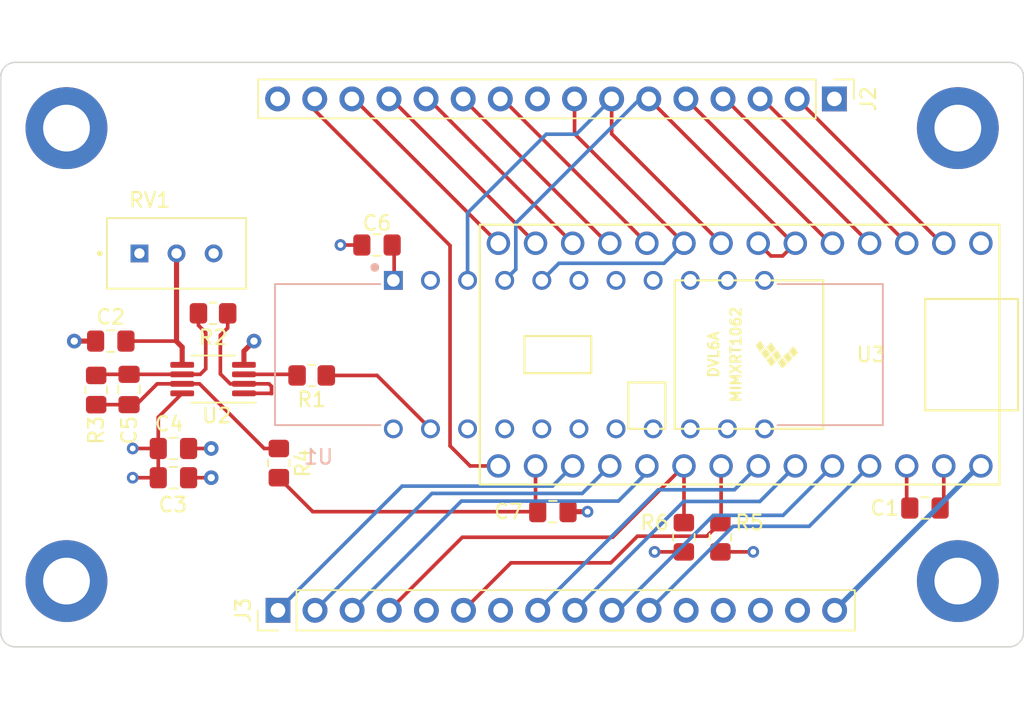
<source format=kicad_pcb>
(kicad_pcb (version 20241229) (generator "pcbnew") (generator_version "9.0")
  (layers (0 "F.Cu" signal) (4 "In1.Cu" power) (6 "In2.Cu" power) (2 "B.Cu" signal) (13 "F.Paste" user) (15 "B.Paste" user) (5 "F.SilkS" user "F.Silkscreen") (7 "B.SilkS" user "B.Silkscreen") (1 "F.Mask" user) (3 "B.Mask" user) (25 "Edge.Cuts" user))
  (net 0 "")
  (net 1 "+3.3V")
  (net 2 "Earth")
  (net 3 "Net-(U2-+IN2)")
  (net 4 "Net-(U3-14_A0_TX3_SPDIF_OUT)")
  (net 5 "Net-(J2-Pin_7)")
  (net 6 "Net-(J2-Pin_6)")
  (net 7 "Net-(J2-Pin_5)")
  (net 8 "Net-(J2-Pin_15)")
  (net 9 "Net-(J2-Pin_4)")
  (net 10 "Net-(J2-Pin_10)")
  (net 11 "Net-(J2-Pin_3)")
  (net 12 "Net-(J2-Pin_11)")
  (net 13 "Net-(J2-Pin_8)")
  (net 14 "Net-(J2-Pin_14)")
  (net 15 "Net-(J2-Pin_13)")
  (net 16 "Net-(J2-Pin_12)")
  (net 17 "Net-(J2-Pin_2)")
  (net 18 "Net-(U1-OS)")
  (net 19 "Net-(U2-OUT2)")
  (net 20 "Net-(U2--IN2)")
  (net 21 "Net-(U2-+IN1)")
  (net 22 "Net-(U2--IN1)")
  (net 23 "Net-(J3-Pin_10)")
  (net 24 "Net-(J3-Pin_2)")
  (net 26 "Net-(J3-Pin_9)")
  (net 27 "Net-(J3-Pin_3)")
  (net 28 "Net-(J3-Pin_11)")
  (net 30 "Net-(J3-Pin_4)")
  (net 31 "Net-(J3-Pin_6)")
  (net 32 "Net-(J3-Pin_8)")
  (net 33 "Net-(J3-Pin_1)")
  (net 35 "Net-(J3-Pin_16)")
  (footprint "Resistor_SMD:R_0805_2012Metric_Pad1.20x1.40mm_HandSolder" (layer "F.Cu") (at 169.25 112.5 -90)
    (property "Reference" "R5" (at -1 -2 180) (layer "F.SilkS"))
    (property "Value" "2.49K")
    (fp_line (start -0.227064 0.735) (end 0.227064 0.735) (stroke (width 0.12)) (layer "F.SilkS"))
    (fp_line (start -0.227064 -0.735) (end 0.227064 -0.735) (stroke (width 0.12)) (layer "F.SilkS"))
    (pad "1" smd roundrect (at -1 0 270) (size 1.2 1.4) (layers "F.Cu" "F.Mask" "F.Paste") (roundrect_rratio 0.208333) (net 31 "Net-(J3-Pin_6)"))
    (pad "2" smd roundrect (at 1 0 270) (size 1.2 1.4) (layers "F.Cu" "F.Mask" "F.Paste") (roundrect_rratio 0.208333) (net 1 "+3.3V"))
  )
  (footprint "Resistor_SMD:R_0805_2012Metric_Pad1.20x1.40mm_HandSolder" (layer "F.Cu") (at 166.75 112.5 -90)
    (property "Reference" "R6" (at -1 2 180) (layer "F.SilkS"))
    (property "Value" "2.49K")
    (fp_line (start -0.227064 0.735) (end 0.227064 0.735) (stroke (width 0.12)) (layer "F.SilkS"))
    (fp_line (start -0.227064 -0.735) (end 0.227064 -0.735) (stroke (width 0.12)) (layer "F.SilkS"))
    (pad "1" smd roundrect (at -1 0 270) (size 1.2 1.4) (layers "F.Cu" "F.Mask" "F.Paste") (roundrect_rratio 0.208333) (net 30 "Net-(J3-Pin_4)"))
    (pad "2" smd roundrect (at 1 0 270) (size 1.2 1.4) (layers "F.Cu" "F.Mask" "F.Paste") (roundrect_rratio 0.208333) (net 1 "+3.3V"))
  )
  (footprint "MountingHole:MountingHole_3.2mm_M3_DIN965_Pad" (layer "F.Cu") (at 185.5 115.5)
    (property "Reference" "REF**" (hide yes))
    (property "Value" "MountingHole_3.2mm_M3_DIN965_Pad" (hide yes))
    (pad "1" thru_hole circle (at 0 0) (size 5.6 5.6) (drill 3.2) (layers "*.Cu" "*.Mask"))
  )
  (footprint "Capacitor_SMD:C_0805_2012Metric_Pad1.18x1.45mm_HandSolder" (layer "F.Cu") (at 157.7875 110.75)
    (property "Reference" "C7" (at -3.0375 0 0) (layer "F.SilkS"))
    (property "Value" "68p")
    (fp_line (start -0.261252 -0.735) (end 0.261252 -0.735) (stroke (width 0.12)) (layer "F.SilkS"))
    (fp_line (start -0.261252 0.735) (end 0.261252 0.735) (stroke (width 0.12)) (layer "F.SilkS"))
    (pad "1" smd roundrect (at -1.0375 0) (size 1.175 1.45) (layers "F.Cu" "F.Mask" "F.Paste") (roundrect_rratio 0.212766) (net 4 "Net-(U3-14_A0_TX3_SPDIF_OUT)"))
    (pad "2" smd roundrect (at 1.0375 0) (size 1.175 1.45) (layers "F.Cu" "F.Mask" "F.Paste") (roundrect_rratio 0.212766) (net 2 "Earth"))
  )
  (footprint "MountingHole:MountingHole_3.2mm_M3_DIN965_Pad" (layer "F.Cu") (at 185.5 84.5)
    (property "Reference" "REF**" (hide yes))
    (property "Value" "MountingHole_3.2mm_M3_DIN965_Pad" (hide yes))
    (pad "1" thru_hole circle (at 0 0) (size 5.6 5.6) (drill 3.2) (layers "*.Cu" "*.Mask"))
  )
  (footprint "BournsTrimPot_3296W-1-502LF:TRIM_3296W-1-502LF" (layer "F.Cu") (at 132.03125 93.075)
    (property "Reference" "RV1" (at -1.83284 -3.65058 0) (layer "F.SilkS") (effects (font (size 1.004283 1.004283))))
    (property "Value" "10K")
    (fp_line (start -4.765 -2.42) (end 4.765 -2.42) (stroke (width 0.127)) (layer "F.SilkS"))
    (fp_line (start -4.765 2.41) (end -4.765 -2.42) (stroke (width 0.127)) (layer "F.SilkS"))
    (fp_line (start 4.765 -2.42) (end 4.765 2.41) (stroke (width 0.127)) (layer "F.SilkS"))
    (fp_line (start 4.765 2.41) (end -4.765 2.41) (stroke (width 0.127)) (layer "F.SilkS"))
    (fp_circle (center -5.25 0) (end -5.15 0) (stroke (width 0.2)) (fill no) (layer "F.SilkS"))
    (pad "1" thru_hole rect (at -2.54 0) (size 1.218 1.218) (drill 0.71) (layers "*.Cu" "*.Mask") (net 1 "+3.3V"))
    (pad "2" thru_hole circle (at 0 0) (size 1.218 1.218) (drill 0.71) (layers "*.Cu" "*.Mask") (net 3 "Net-(U2-+IN2)"))
    (pad "3" thru_hole circle (at 2.54 0) (size 1.218 1.218) (drill 0.71) (layers "*.Cu" "*.Mask") (net 2 "Earth"))
  )
  (footprint "Resistor_SMD:R_0805_2012Metric_Pad1.20x1.40mm_HandSolder" (layer "F.Cu") (at 139.03125 107.425 -90)
    (property "Reference" "R4" (at 0 -1.65 270) (layer "F.SilkS"))
    (property "Value" "100R")
    (fp_line (start -0.227064 0.735) (end 0.227064 0.735) (stroke (width 0.12)) (layer "F.SilkS"))
    (fp_line (start -0.227064 -0.735) (end 0.227064 -0.735) (stroke (width 0.12)) (layer "F.SilkS"))
    (pad "1" smd roundrect (at -1 0 270) (size 1.2 1.4) (layers "F.Cu" "F.Mask" "F.Paste") (roundrect_rratio 0.208333) (net 19 "Net-(U2-OUT2)"))
    (pad "2" smd roundrect (at 1 0 270) (size 1.2 1.4) (layers "F.Cu" "F.Mask" "F.Paste") (roundrect_rratio 0.208333) (net 4 "Net-(U3-14_A0_TX3_SPDIF_OUT)"))
  )
  (footprint "teensy_footprints:Teensy40" (layer "F.Cu") (at 170.57 100 180)
    (property "Reference" "U3" (at -9 0 0) (layer "F.SilkS"))
    (property "Value" "Teensy4.0")
    (fp_line (start 17.78 8.89) (end -17.78 8.89) (stroke (width 0.15)) (layer "F.SilkS"))
    (fp_line (start 17.78 -8.89) (end 17.78 8.89) (stroke (width 0.15)) (layer "F.SilkS"))
    (fp_line (start 14.732 1.27) (end 10.16 1.27) (stroke (width 0.15)) (layer "F.SilkS"))
    (fp_line (start 14.732 -1.27) (end 14.732 1.27) (stroke (width 0.15)) (layer "F.SilkS"))
    (fp_line (start 10.16 1.27) (end 10.16 -1.27) (stroke (width 0.15)) (layer "F.SilkS"))
    (fp_line (start 10.16 -1.27) (end 14.732 -1.27) (stroke (width 0.15)) (layer "F.SilkS"))
    (fp_line (start 7.62 -1.905) (end 5.08 -1.905) (stroke (width 0.15)) (layer "F.SilkS"))
    (fp_line (start 7.62 -5.08) (end 7.62 -1.905) (stroke (width 0.15)) (layer "F.SilkS"))
    (fp_line (start 5.08 -1.905) (end 5.08 -5.08) (stroke (width 0.15)) (layer "F.SilkS"))
    (fp_line (start 5.08 -5.08) (end 7.62 -5.08) (stroke (width 0.15)) (layer "F.SilkS"))
    (fp_line (start 4.445 5.08) (end 4.445 -5.08) (stroke (width 0.15)) (layer "F.SilkS"))
    (fp_line (start 4.445 5.08) (end -5.715 5.08) (stroke (width 0.15)) (layer "F.SilkS"))
    (fp_line (start 4.445 -5.08) (end -5.715 -5.08) (stroke (width 0.15)) (layer "F.SilkS"))
    (fp_line (start -5.715 -5.08) (end -5.715 5.08) (stroke (width 0.15)) (layer "F.SilkS"))
    (fp_line (start -12.7 3.81) (end -12.7 -3.81) (stroke (width 0.15)) (layer "F.SilkS"))
    (fp_line (start -12.7 3.81) (end -17.78 3.81) (stroke (width 0.15)) (layer "F.SilkS"))
    (fp_line (start -12.7 -3.81) (end -17.78 -3.81) (stroke (width 0.15)) (layer "F.SilkS"))
    (fp_line (start -17.78 8.89) (end -17.78 -8.89) (stroke (width 0.15)) (layer "F.SilkS"))
    (fp_line (start -17.78 3.81) (end -19.05 3.81) (stroke (width 0.15)) (layer "F.SilkS"))
    (fp_line (start -17.78 -8.89) (end 17.78 -8.89) (stroke (width 0.15)) (layer "F.SilkS"))
    (fp_line (start -19.05 3.81) (end -19.05 -3.81) (stroke (width 0.15)) (layer "F.SilkS"))
    (fp_line (start -19.05 -3.81) (end -17.78 -3.81) (stroke (width 0.15)) (layer "F.SilkS"))
    (fp_poly (pts (xy -1.651 0.508) (xy -1.397 0.254) (xy -1.143 0.635) (xy -1.397 0.889)) (stroke (width 0.1)) (fill yes) (layer "F.SilkS"))
    (fp_poly (pts (xy -2.032 0) (xy -1.778 -0.254) (xy -1.524 0.127) (xy -1.778 0.381)) (stroke (width 0.1)) (fill yes) (layer "F.SilkS"))
    (fp_poly (pts (xy -2.413 0.381) (xy -2.159 0.127) (xy -1.905 0.508) (xy -2.159 0.762)) (stroke (width 0.1)) (fill yes) (layer "F.SilkS"))
    (fp_poly (pts (xy -2.413 -0.508) (xy -2.159 -0.762) (xy -1.905 -0.381) (xy -2.159 -0.127)) (stroke (width 0.1)) (fill yes) (layer "F.SilkS"))
    (fp_poly (pts (xy -2.794 -0.127) (xy -2.54 -0.381) (xy -2.286 0) (xy -2.54 0.254)) (stroke (width 0.1)) (fill yes) (layer "F.SilkS"))
    (fp_poly (pts (xy -3.175 -0.635) (xy -2.921 -0.889) (xy -2.667 -0.508) (xy -2.921 -0.254)) (stroke (width 0.1)) (fill yes) (layer "F.SilkS"))
    (fp_poly (pts (xy -3.556 -0.254) (xy -3.302 -0.508) (xy -3.048 -0.127) (xy -3.302 0.127)) (stroke (width 0.1)) (fill yes) (layer "F.SilkS"))
    (fp_poly (pts (xy -3.937 0.127) (xy -3.683 -0.127) (xy -3.429 0.254) (xy -3.683 0.508)) (stroke (width 0.1)) (fill yes) (layer "F.SilkS"))
    (fp_text user "MIMXRT1062" (at 0.254 0 90) (layer "F.SilkS") (effects (font (size 0.7 0.7))))
    (fp_text user "DVL6A" (at 1.778 0 90) (layer "F.SilkS") (effects (font (size 0.7 0.7))))
    (pad "1" thru_hole circle (at -16.51 7.62 180) (size 1.6 1.6) (drill 1.1) (layers "*.Cu" "*.Mask") (net 2 "Earth"))
    (pad "2" thru_hole circle (at -13.97 7.62 180) (size 1.6 1.6) (drill 1.1) (layers "*.Cu" "*.Mask") (net 17 "Net-(J2-Pin_2)"))
    (pad "3" thru_hole circle (at -11.43 7.62 180) (size 1.6 1.6) (drill 1.1) (layers "*.Cu" "*.Mask") (net 11 "Net-(J2-Pin_3)"))
    (pad "4" thru_hole circle (at -8.89 7.62 180) (size 1.6 1.6) (drill 1.1) (layers "*.Cu" "*.Mask") (net 9 "Net-(J2-Pin_4)"))
    (pad "5" thru_hole circle (at -6.35 7.62 180) (size 1.6 1.6) (drill 1.1) (layers "*.Cu" "*.Mask") (net 7 "Net-(J2-Pin_5)"))
    (pad "6" thru_hole circle (at -3.81 7.62 180) (size 1.6 1.6) (drill 1.1) (layers "*.Cu" "*.Mask") (net 6 "Net-(J2-Pin_6)"))
    (pad "7" thru_hole circle (at -1.27 7.62 180) (size 1.6 1.6) (drill 1.1) (layers "*.Cu" "*.Mask") (net 6 "Net-(J2-Pin_6)"))
    (pad "8" thru_hole circle (at 1.27 7.62 180) (size 1.6 1.6) (drill 1.1) (layers "*.Cu" "*.Mask") (net 5 "Net-(J2-Pin_7)"))
    (pad "9" thru_hole circle (at 3.81 7.62 180) (size 1.6 1.6) (drill 1.1) (layers "*.Cu" "*.Mask") (net 13 "Net-(J2-Pin_8)"))
    (pad "10" thru_hole circle (at 6.35 7.62 180) (size 1.6 1.6) (drill 1.1) (layers "*.Cu" "*.Mask") (net 10 "Net-(J2-Pin_10)"))
    (pad "11" thru_hole circle (at 8.89 7.62 180) (size 1.6 1.6) (drill 1.1) (layers "*.Cu" "*.Mask") (net 12 "Net-(J2-Pin_11)"))
    (pad "12" thru_hole circle (at 11.43 7.62 180) (size 1.6 1.6) (drill 1.1) (layers "*.Cu" "*.Mask") (net 16 "Net-(J2-Pin_12)"))
    (pad "13" thru_hole circle (at 13.97 7.62 180) (size 1.6 1.6) (drill 1.1) (layers "*.Cu" "*.Mask") (net 15 "Net-(J2-Pin_13)"))
    (pad "14" thru_hole circle (at 16.51 7.62 180) (size 1.6 1.6) (drill 1.1) (layers "*.Cu" "*.Mask") (net 14 "Net-(J2-Pin_14)"))
    (pad "20" thru_hole circle (at 16.51 -7.62 180) (size 1.6 1.6) (drill 1.1) (layers "*.Cu" "*.Mask") (net 8 "Net-(J2-Pin_15)"))
    (pad "21" thru_hole circle (at 13.97 -7.62 180) (size 1.6 1.6) (drill 1.1) (layers "*.Cu" "*.Mask") (net 4 "Net-(U3-14_A0_TX3_SPDIF_OUT)"))
    (pad "22" thru_hole circle (at 11.43 -7.62 180) (size 1.6 1.6) (drill 1.1) (layers "*.Cu" "*.Mask") (net 33 "Net-(J3-Pin_1)"))
    (pad "23" thru_hole circle (at 8.89 -7.62 180) (size 1.6 1.6) (drill 1.1) (layers "*.Cu" "*.Mask") (net 24 "Net-(J3-Pin_2)"))
    (pad "24" thru_hole circle (at 6.35 -7.62 180) (size 1.6 1.6) (drill 1.1) (layers "*.Cu" "*.Mask") (net 27 "Net-(J3-Pin_3)"))
    (pad "25" thru_hole circle (at 3.81 -7.62 180) (size 1.6 1.6) (drill 1.1) (layers "*.Cu" "*.Mask") (net 30 "Net-(J3-Pin_4)"))
    (pad "26" thru_hole circle (at 1.27 -7.62 180) (size 1.6 1.6) (drill 1.1) (layers "*.Cu" "*.Mask") (net 31 "Net-(J3-Pin_6)"))
    (pad "27" thru_hole circle (at -1.27 -7.62 180) (size 1.6 1.6) (drill 1.1) (layers "*.Cu" "*.Mask") (net 32 "Net-(J3-Pin_8)"))
    (pad "28" thru_hole circle (at -3.81 -7.62 180) (size 1.6 1.6) (drill 1.1) (layers "*.Cu" "*.Mask") (net 26 "Net-(J3-Pin_9)"))
    (pad "29" thru_hole circle (at -6.35 -7.62 180) (size 1.6 1.6) (drill 1.1) (layers "*.Cu" "*.Mask") (net 23 "Net-(J3-Pin_10)"))
    (pad "30" thru_hole circle (at -8.89 -7.62 180) (size 1.6 1.6) (drill 1.1) (layers "*.Cu" "*.Mask") (net 28 "Net-(J3-Pin_11)"))
    (pad "31" thru_hole circle (at -11.43 -7.62 180) (size 1.6 1.6) (drill 1.1) (layers "*.Cu" "*.Mask") (net 1 "+3.3V"))
    (pad "32" thru_hole circle (at -13.97 -7.62 180) (size 1.6 1.6) (drill 1.1) (layers "*.Cu" "*.Mask") (net 2 "Earth"))
    (pad "33" thru_hole circle (at -16.51 -7.62 180) (size 1.6 1.6) (drill 1.1) (layers "*.Cu" "*.Mask") (net 35 "Net-(J3-Pin_16)"))
  )
  (footprint "Package_SO:MSOP-8_3x3mm_P0.65mm" (layer "F.Cu") (at 134.53125 101.675 180)
    (property "Reference" "U2" (at -0.25 -2.5 0) (layer "F.SilkS"))
    (property "Value" "ADA4807-2ARMZ-R7")
    (fp_line (start 0 1.61) (end 1.5 1.61) (stroke (width 0.12)) (layer "F.SilkS"))
    (fp_line (start 0 1.61) (end -1.5 1.61) (stroke (width 0.12)) (layer "F.SilkS"))
    (fp_line (start 0 -1.61) (end 1.5 -1.61) (stroke (width 0.12)) (layer "F.SilkS"))
    (fp_line (start 0 -1.61) (end -2.925 -1.61) (stroke (width 0.12)) (layer "F.SilkS"))
    (pad "1" smd roundrect (at -2.1125 -0.975 180) (size 1.625 0.4) (layers "F.Cu" "F.Mask" "F.Paste") (net 22 "Net-(U2--IN1)"))
    (pad "2" smd roundrect (at -2.1125 -0.325 180) (size 1.625 0.4) (layers "F.Cu" "F.Mask" "F.Paste") (net 22 "Net-(U2--IN1)"))
    (pad "3" smd roundrect (at -2.1125 0.325 180) (size 1.625 0.4) (layers "F.Cu" "F.Mask" "F.Paste") (net 21 "Net-(U2-+IN1)"))
    (pad "4" smd roundrect (at -2.1125 0.975 180) (size 1.625 0.4) (layers "F.Cu" "F.Mask" "F.Paste") (net 2 "Earth"))
    (pad "5" smd roundrect (at 2.1125 0.975 180) (size 1.625 0.4) (layers "F.Cu" "F.Mask" "F.Paste") (net 3 "Net-(U2-+IN2)"))
    (pad "6" smd roundrect (at 2.1125 0.325 180) (size 1.625 0.4) (layers "F.Cu" "F.Mask" "F.Paste") (net 20 "Net-(U2--IN2)"))
    (pad "7" smd roundrect (at 2.1125 -0.325 180) (size 1.625 0.4) (layers "F.Cu" "F.Mask" "F.Paste") (net 19 "Net-(U2-OUT2)"))
    (pad "8" smd roundrect (at 2.1125 -0.975 180) (size 1.625 0.4) (layers "F.Cu" "F.Mask" "F.Paste") (net 1 "+3.3V"))
  )
  (footprint "Capacitor_SMD:C_0805_2012Metric_Pad1.18x1.45mm_HandSolder" (layer "F.Cu") (at 183.25 110.5)
    (property "Reference" "C1" (at -2.75 0 0) (layer "F.SilkS"))
    (property "Value" "10uF")
    (fp_line (start -0.261252 -0.735) (end 0.261252 -0.735) (stroke (width 0.12)) (layer "F.SilkS"))
    (fp_line (start -0.261252 0.735) (end 0.261252 0.735) (stroke (width 0.12)) (layer "F.SilkS"))
    (pad "1" smd roundrect (at -1.0375 0) (size 1.175 1.45) (layers "F.Cu" "F.Mask" "F.Paste") (roundrect_rratio 0.212766) (net 1 "+3.3V"))
    (pad "2" smd roundrect (at 1.0375 0) (size 1.175 1.45) (layers "F.Cu" "F.Mask" "F.Paste") (roundrect_rratio 0.212766) (net 2 "Earth"))
  )
  (footprint "Resistor_SMD:R_0805_2012Metric_Pad1.20x1.40mm_HandSolder" (layer "F.Cu") (at 134.53125 97.175 180)
    (property "Reference" "R2" (at 0 -1.65 180) (layer "F.SilkS"))
    (property "Value" "499R")
    (fp_line (start -0.227064 0.735) (end 0.227064 0.735) (stroke (width 0.12)) (layer "F.SilkS"))
    (fp_line (start -0.227064 -0.735) (end 0.227064 -0.735) (stroke (width 0.12)) (layer "F.SilkS"))
    (pad "1" smd roundrect (at -1 0 180) (size 1.2 1.4) (layers "F.Cu" "F.Mask" "F.Paste") (roundrect_rratio 0.208333) (net 22 "Net-(U2--IN1)"))
    (pad "2" smd roundrect (at 1 0 180) (size 1.2 1.4) (layers "F.Cu" "F.Mask" "F.Paste") (roundrect_rratio 0.208333) (net 20 "Net-(U2--IN2)"))
  )
  (footprint "Capacitor_SMD:C_0805_2012Metric_Pad1.18x1.45mm_HandSolder" (layer "F.Cu") (at 128.78125 102.3875 90)
    (property "Reference" "C5" (at -2.7875 0 90) (layer "F.SilkS"))
    (property "Value" "2p")
    (fp_line (start -0.261252 -0.735) (end 0.261252 -0.735) (stroke (width 0.12)) (layer "F.SilkS"))
    (fp_line (start -0.261252 0.735) (end 0.261252 0.735) (stroke (width 0.12)) (layer "F.SilkS"))
    (pad "1" smd roundrect (at -1.0375 0 90) (size 1.175 1.45) (layers "F.Cu" "F.Mask" "F.Paste") (roundrect_rratio 0.212766) (net 19 "Net-(U2-OUT2)"))
    (pad "2" smd roundrect (at 1.0375 0 90) (size 1.175 1.45) (layers "F.Cu" "F.Mask" "F.Paste") (roundrect_rratio 0.212766) (net 20 "Net-(U2--IN2)"))
  )
  (footprint "Capacitor_SMD:C_0805_2012Metric_Pad1.18x1.45mm_HandSolder" (layer "F.Cu") (at 131.81875 106.425)
    (property "Reference" "C4" (at -0.2875 -1.68 0) (layer "F.SilkS"))
    (property "Value" "0.1uF")
    (fp_line (start -0.261252 -0.735) (end 0.261252 -0.735) (stroke (width 0.12)) (layer "F.SilkS"))
    (fp_line (start -0.261252 0.735) (end 0.261252 0.735) (stroke (width 0.12)) (layer "F.SilkS"))
    (pad "1" smd roundrect (at -1.0375 0) (size 1.175 1.45) (layers "F.Cu" "F.Mask" "F.Paste") (roundrect_rratio 0.212766) (net 1 "+3.3V"))
    (pad "2" smd roundrect (at 1.0375 0) (size 1.175 1.45) (layers "F.Cu" "F.Mask" "F.Paste") (roundrect_rratio 0.212766) (net 2 "Earth"))
  )
  (footprint "Capacitor_SMD:C_0805_2012Metric_Pad1.18x1.45mm_HandSolder" (layer "F.Cu") (at 127.53125 99.075 180)
    (property "Reference" "C2" (at 0 1.65 180) (layer "F.SilkS"))
    (property "Value" "0.1uF")
    (fp_line (start -0.261252 0.735) (end 0.261252 0.735) (stroke (width 0.12)) (layer "F.SilkS"))
    (fp_line (start -0.261252 -0.735) (end 0.261252 -0.735) (stroke (width 0.12)) (layer "F.SilkS"))
    (pad "1" smd roundrect (at -1.0375 0 180) (size 1.175 1.45) (layers "F.Cu" "F.Mask" "F.Paste") (roundrect_rratio 0.212766) (net 3 "Net-(U2-+IN2)"))
    (pad "2" smd roundrect (at 1.0375 0 180) (size 1.175 1.45) (layers "F.Cu" "F.Mask" "F.Paste") (roundrect_rratio 0.212766) (net 2 "Earth"))
  )
  (footprint "Connector_PinHeader_2.54mm:PinHeader_1x16_P2.54mm_Vertical" (layer "F.Cu") (at 138.97 117.5 90)
    (property "Reference" "J3" (at 0 -2.38 90) (layer "F.SilkS"))
    (property "Value" "Conn_01x16_Male")
    (fp_line (start -1.38 -1.38) (end 0 -1.38) (stroke (width 0.12)) (layer "F.SilkS"))
    (fp_line (start -1.38 0) (end -1.38 -1.38) (stroke (width 0.12)) (layer "F.SilkS"))
    (fp_line (start 1.38 1.27) (end 1.38 39.48) (stroke (width 0.12)) (layer "F.SilkS"))
    (fp_line (start -1.38 1.27) (end 1.38 1.27) (stroke (width 0.12)) (layer "F.SilkS"))
    (fp_line (start -1.38 1.27) (end -1.38 39.48) (stroke (width 0.12)) (layer "F.SilkS"))
    (fp_line (start -1.38 39.48) (end 1.38 39.48) (stroke (width 0.12)) (layer "F.SilkS"))
    (pad "1" thru_hole rect (at 0 0 90) (size 1.7 1.7) (drill 1) (layers "*.Cu" "*.Mask") (net 33 "Net-(J3-Pin_1)"))
    (pad "2" thru_hole circle (at 0 2.54 90) (size 1.7 1.7) (drill 1) (layers "*.Cu" "*.Mask") (net 24 "Net-(J3-Pin_2)"))
    (pad "3" thru_hole circle (at 0 5.08 90) (size 1.7 1.7) (drill 1) (layers "*.Cu" "*.Mask") (net 27 "Net-(J3-Pin_3)"))
    (pad "4" thru_hole circle (at 0 7.62 90) (size 1.7 1.7) (drill 1) (layers "*.Cu" "*.Mask") (net 30 "Net-(J3-Pin_4)"))
    (pad "5" thru_hole circle (at 0 10.16 90) (size 1.7 1.7) (drill 1) (layers "*.Cu" "*.Mask") (net 2 "Earth"))
    (pad "6" thru_hole circle (at 0 12.7 90) (size 1.7 1.7) (drill 1) (layers "*.Cu" "*.Mask") (net 31 "Net-(J3-Pin_6)"))
    (pad "7" thru_hole circle (at 0 15.24 90) (size 1.7 1.7) (drill 1) (layers "*.Cu" "*.Mask") (net 2 "Earth"))
    (pad "8" thru_hole circle (at 0 17.78 90) (size 1.7 1.7) (drill 1) (layers "*.Cu" "*.Mask") (net 32 "Net-(J3-Pin_8)"))
    (pad "9" thru_hole circle (at 0 20.32 90) (size 1.7 1.7) (drill 1) (layers "*.Cu" "*.Mask") (net 26 "Net-(J3-Pin_9)"))
    (pad "10" thru_hole circle (at 0 22.86 90) (size 1.7 1.7) (drill 1) (layers "*.Cu" "*.Mask") (net 23 "Net-(J3-Pin_10)"))
    (pad "11" thru_hole circle (at 0 25.4 90) (size 1.7 1.7) (drill 1) (layers "*.Cu" "*.Mask") (net 28 "Net-(J3-Pin_11)"))
    (pad "12" thru_hole circle (at 0 27.94 90) (size 1.7 1.7) (drill 1) (layers "*.Cu" "*.Mask"))
    (pad "13" thru_hole circle (at 0 30.48 90) (size 1.7 1.7) (drill 1) (layers "*.Cu" "*.Mask"))
    (pad "14" thru_hole circle (at 0 33.02 90) (size 1.7 1.7) (drill 1) (layers "*.Cu" "*.Mask"))
    (pad "15" thru_hole circle (at 0 35.56 90) (size 1.7 1.7) (drill 1) (layers "*.Cu" "*.Mask") (net 2 "Earth"))
    (pad "16" thru_hole circle (at 0 38.1 90) (size 1.7 1.7) (drill 1) (layers "*.Cu" "*.Mask") (net 35 "Net-(J3-Pin_16)"))
  )
  (footprint "Resistor_SMD:R_0805_2012Metric_Pad1.20x1.40mm_HandSolder" (layer "F.Cu") (at 126.53125 102.425 90)
    (property "Reference" "R3" (at -2.75 0 90) (layer "F.SilkS"))
    (property "Value" "2.49K")
    (fp_line (start -0.227064 -0.735) (end 0.227064 -0.735) (stroke (width 0.12)) (layer "F.SilkS"))
    (fp_line (start -0.227064 0.735) (end 0.227064 0.735) (stroke (width 0.12)) (layer "F.SilkS"))
    (pad "1" smd roundrect (at -1 0 90) (size 1.2 1.4) (layers "F.Cu" "F.Mask" "F.Paste") (roundrect_rratio 0.208333) (net 19 "Net-(U2-OUT2)"))
    (pad "2" smd roundrect (at 1 0 90) (size 1.2 1.4) (layers "F.Cu" "F.Mask" "F.Paste") (roundrect_rratio 0.208333) (net 20 "Net-(U2--IN2)"))
  )
  (footprint "Resistor_SMD:R_0805_2012Metric_Pad1.20x1.40mm_HandSolder" (layer "F.Cu") (at 141.28125 101.425 180)
    (property "Reference" "R1" (at 0 -1.65 180) (layer "F.SilkS"))
    (property "Value" "100R")
    (fp_line (start -0.227064 0.735) (end 0.227064 0.735) (stroke (width 0.12)) (layer "F.SilkS"))
    (fp_line (start -0.227064 -0.735) (end 0.227064 -0.735) (stroke (width 0.12)) (layer "F.SilkS"))
    (pad "1" smd roundrect (at -1 0 180) (size 1.2 1.4) (layers "F.Cu" "F.Mask" "F.Paste") (roundrect_rratio 0.208333) (net 18 "Net-(U1-OS)"))
    (pad "2" smd roundrect (at 1 0 180) (size 1.2 1.4) (layers "F.Cu" "F.Mask" "F.Paste") (roundrect_rratio 0.208333) (net 21 "Net-(U2-+IN1)"))
  )
  (footprint "Connector_PinHeader_2.54mm:PinHeader_1x16_P2.54mm_Vertical" (layer "F.Cu") (at 177.05 82.5 -90)
    (property "Reference" "J2" (at 0 -2.33 90) (layer "F.SilkS"))
    (property "Value" "Conn_01x16_Male")
    (fp_line (start -1.33 39.43) (end 1.33 39.43) (stroke (width 0.12)) (layer "F.SilkS"))
    (fp_line (start -1.33 1.27) (end -1.33 39.43) (stroke (width 0.12)) (layer "F.SilkS"))
    (fp_line (start -1.33 1.27) (end 1.33 1.27) (stroke (width 0.12)) (layer "F.SilkS"))
    (fp_line (start 1.33 1.27) (end 1.33 39.43) (stroke (width 0.12)) (layer "F.SilkS"))
    (fp_line (start -1.33 0) (end -1.33 -1.33) (stroke (width 0.12)) (layer "F.SilkS"))
    (fp_line (start -1.33 -1.33) (end 0 -1.33) (stroke (width 0.12)) (layer "F.SilkS"))
    (pad "1" thru_hole rect (at 0 0 270) (size 1.7 1.7) (drill 1) (layers "*.Cu" "*.Mask") (net 2 "Earth"))
    (pad "2" thru_hole oval (at 0 2.54 270) (size 1.7 1.7) (drill 1) (layers "*.Cu" "*.Mask") (net 17 "Net-(J2-Pin_2)"))
    (pad "3" thru_hole oval (at 0 5.08 270) (size 1.7 1.7) (drill 1) (layers "*.Cu" "*.Mask") (net 11 "Net-(J2-Pin_3)"))
    (pad "4" thru_hole oval (at 0 7.62 270) (size 1.7 1.7) (drill 1) (layers "*.Cu" "*.Mask") (net 9 "Net-(J2-Pin_4)"))
    (pad "5" thru_hole oval (at 0 10.16 270) (size 1.7 1.7) (drill 1) (layers "*.Cu" "*.Mask") (net 7 "Net-(J2-Pin_5)"))
    (pad "6" thru_hole oval (at 0 12.7 270) (size 1.7 1.7) (drill 1) (layers "*.Cu" "*.Mask") (net 6 "Net-(J2-Pin_6)"))
    (pad "7" thru_hole oval (at 0 15.24 270) (size 1.7 1.7) (drill 1) (layers "*.Cu" "*.Mask") (net 5 "Net-(J2-Pin_7)"))
    (pad "8" thru_hole oval (at 0 17.78 270) (size 1.7 1.7) (drill 1) (layers "*.Cu" "*.Mask") (net 13 "Net-(J2-Pin_8)"))
    (pad "9" thru_hole oval (at 0 20.32 270) (size 1.7 1.7) (drill 1) (layers "*.Cu" "*.Mask") (net 2 "Earth"))
    (pad "10" thru_hole oval (at 0 22.86 270) (size 1.7 1.7) (drill 1) (layers "*.Cu" "*.Mask") (net 10 "Net-(J2-Pin_10)"))
    (pad "11" thru_hole oval (at 0 25.4 270) (size 1.7 1.7) (drill 1) (layers "*.Cu" "*.Mask") (net 12 "Net-(J2-Pin_11)"))
    (pad "12" thru_hole oval (at 0 27.94 270) (size 1.7 1.7) (drill 1) (layers "*.Cu" "*.Mask") (net 16 "Net-(J2-Pin_12)"))
    (pad "13" thru_hole oval (at 0 30.48 270) (size 1.7 1.7) (drill 1) (layers "*.Cu" "*.Mask") (net 15 "Net-(J2-Pin_13)"))
    (pad "14" thru_hole oval (at 0 33.02 270) (size 1.7 1.7) (drill 1) (layers "*.Cu" "*.Mask") (net 14 "Net-(J2-Pin_14)"))
    (pad "15" thru_hole oval (at 0 35.56 270) (size 1.7 1.7) (drill 1) (layers "*.Cu" "*.Mask") (net 8 "Net-(J2-Pin_15)"))
    (pad "16" thru_hole oval (at 0 38.1 270) (size 1.7 1.7) (drill 1) (layers "*.Cu" "*.Mask") (net 2 "Earth"))
  )
  (footprint "MountingHole:MountingHole_3.2mm_M3_DIN965_Pad" (layer "F.Cu") (at 124.5 84.5)
    (property "Reference" "REF**" (hide yes))
    (property "Value" "MountingHole_3.2mm_M3_DIN965_Pad" (hide yes))
    (pad "1" thru_hole circle (at 0 0) (size 5.6 5.6) (drill 3.2) (layers "*.Cu" "*.Mask"))
  )
  (footprint "MountingHole:MountingHole_3.2mm_M3_DIN965_Pad" (layer "F.Cu") (at 124.5 115.5)
    (property "Reference" "REF**" (hide yes))
    (property "Value" "MountingHole_3.2mm_M3_DIN965_Pad" (hide yes))
    (pad "1" thru_hole circle (at 0 0) (size 5.6 5.6) (drill 3.2) (layers "*.Cu" "*.Mask"))
  )
  (footprint "Capacitor_SMD:C_0805_2012Metric_Pad1.18x1.45mm_HandSolder" (layer "F.Cu") (at 145.75 92.5 180)
    (property "Reference" "C6" (at 0 1.5 0) (layer "F.SilkS"))
    (property "Value" "10uF")
    (fp_line (start -0.261252 0.735) (end 0.261252 0.735) (stroke (width 0.12)) (layer "F.SilkS"))
    (fp_line (start -0.261252 -0.735) (end 0.261252 -0.735) (stroke (width 0.12)) (layer "F.SilkS"))
    (pad "1" smd roundrect (at -1.0375 0 180) (size 1.175 1.45) (layers "F.Cu" "F.Mask" "F.Paste") (roundrect_rratio 0.212766) (net 1 "+3.3V"))
    (pad "2" smd roundrect (at 1.0375 0 180) (size 1.175 1.45) (layers "F.Cu" "F.Mask" "F.Paste") (roundrect_rratio 0.212766) (net 2 "Earth"))
  )
  (footprint "Capacitor_SMD:C_0805_2012Metric_Pad1.18x1.45mm_HandSolder" (layer "F.Cu") (at 131.81875 108.425)
    (property "Reference" "C3" (at -0.0375 1.85 0) (layer "F.SilkS"))
    (property "Value" "10uF")
    (fp_line (start -0.261252 -0.735) (end 0.261252 -0.735) (stroke (width 0.12)) (layer "F.SilkS"))
    (fp_line (start -0.261252 0.735) (end 0.261252 0.735) (stroke (width 0.12)) (layer "F.SilkS"))
    (pad "1" smd roundrect (at -1.0375 0) (size 1.175 1.45) (layers "F.Cu" "F.Mask" "F.Paste") (roundrect_rratio 0.212766) (net 1 "+3.3V"))
    (pad "2" smd roundrect (at 1.0375 0) (size 1.175 1.45) (layers "F.Cu" "F.Mask" "F.Paste") (roundrect_rratio 0.212766) (net 2 "Earth"))
  )
  (footprint "TCD1304:DIP1016W47P254L4210H372Q22" (layer "B.Cu") (at 159.57 100)
    (property "Reference" "U1" (at -17.82405 7.00228 180) (layer "B.SilkS") (effects (font (size 1.002472 1.002472)) (justify mirror)))
    (property "Value" "TCD1304AP")
    (fp_line (start -20.8 -4.826) (end -13.589 -4.826) (stroke (width 0.127)) (layer "B.SilkS"))
    (fp_line (start -20.8 4.826) (end -20.8 -4.826) (stroke (width 0.127)) (layer "B.SilkS"))
    (fp_line (start -13.589 4.826) (end -20.8 4.826) (stroke (width 0.127)) (layer "B.SilkS"))
    (fp_line (start 13.589 4.826) (end 20.8 4.826) (stroke (width 0.127)) (layer "B.SilkS"))
    (fp_line (start 20.8 -4.826) (end 13.589 -4.826) (stroke (width 0.127)) (layer "B.SilkS"))
    (fp_line (start 20.8 4.826) (end 20.8 -4.826) (stroke (width 0.127)) (layer "B.SilkS"))
    (fp_circle (center -13.97 -5.969) (end -13.82 -5.969) (stroke (width 0.3)) (fill no) (layer "B.SilkS"))
    (pad "1" thru_hole rect (at -12.7 -5.08) (size 1.29 1.29) (drill 0.86) (layers "*.Cu" "*.Mask") (net 1 "+3.3V"))
    (pad "2" thru_hole circle (at -10.16 -5.08) (size 1.29 1.29) (drill 0.86) (layers "*.Cu" "*.Mask") (net 1 "+3.3V"))
    (pad "3" thru_hole circle (at -7.62 -5.08) (size 1.29 1.29) (drill 0.86) (layers "*.Cu" "*.Mask") (net 5 "Net-(J2-Pin_7)"))
    (pad "4" thru_hole circle (at -5.08 -5.08) (size 1.29 1.29) (drill 0.86) (layers "*.Cu" "*.Mask") (net 6 "Net-(J2-Pin_6)"))
    (pad "5" thru_hole circle (at -2.54 -5.08) (size 1.29 1.29) (drill 0.86) (layers "*.Cu" "*.Mask") (net 13 "Net-(J2-Pin_8)"))
    (pad "6" thru_hole circle (at 0 -5.08) (size 1.29 1.29) (drill 0.86) (layers "*.Cu" "*.Mask"))
    (pad "7" thru_hole circle (at 2.54 -5.08) (size 1.29 1.29) (drill 0.86) (layers "*.Cu" "*.Mask"))
    (pad "8" thru_hole circle (at 5.08 -5.08) (size 1.29 1.29) (drill 0.86) (layers "*.Cu" "*.Mask"))
    (pad "9" thru_hole circle (at 7.62 -5.08) (size 1.29 1.29) (drill 0.86) (layers "*.Cu" "*.Mask"))
    (pad "10" thru_hole circle (at 10.16 -5.08) (size 1.29 1.29) (drill 0.86) (layers "*.Cu" "*.Mask"))
    (pad "11" thru_hole circle (at 12.7 -5.08) (size 1.29 1.29) (drill 0.86) (layers "*.Cu" "*.Mask"))
    (pad "12" thru_hole circle (at 12.7 5.08) (size 1.29 1.29) (drill 0.86) (layers "*.Cu" "*.Mask"))
    (pad "13" thru_hole circle (at 10.16 5.08) (size 1.29 1.29) (drill 0.86) (layers "*.Cu" "*.Mask"))
    (pad "14" thru_hole circle (at 7.62 5.08) (size 1.29 1.29) (drill 0.86) (layers "*.Cu" "*.Mask"))
    (pad "15" thru_hole circle (at 5.08 5.08) (size 1.29 1.29) (drill 0.86) (layers "*.Cu" "*.Mask"))
    (pad "16" thru_hole circle (at 2.54 5.08) (size 1.29 1.29) (drill 0.86) (layers "*.Cu" "*.Mask"))
    (pad "17" thru_hole circle (at 0 5.08) (size 1.29 1.29) (drill 0.86) (layers "*.Cu" "*.Mask"))
    (pad "18" thru_hole circle (at -2.54 5.08) (size 1.29 1.29) (drill 0.86) (layers "*.Cu" "*.Mask"))
    (pad "19" thru_hole circle (at -5.08 5.08) (size 1.29 1.29) (drill 0.86) (layers "*.Cu" "*.Mask"))
    (pad "20" thru_hole circle (at -7.62 5.08) (size 1.29 1.29) (drill 0.86) (layers "*.Cu" "*.Mask"))
    (pad "21" thru_hole circle (at -10.16 5.08) (size 1.29 1.29) (drill 0.86) (layers "*.Cu" "*.Mask") (net 18 "Net-(U1-OS)"))
    (pad "22" thru_hole circle (at -12.7 5.08) (size 1.29 1.29) (drill 0.86) (layers "*.Cu" "*.Mask") (net 2 "Earth"))
  )
  (gr_line (start 190 81) (end 190 119) (stroke (width 0.1)) (layer "Edge.Cuts"))
  (gr_arc (start 121 120) (mid 120.292893 119.707107) (end 120 119) (stroke (width 0.1)) (layer "Edge.Cuts"))
  (gr_arc (start 120 81) (mid 120.292893 80.292893) (end 121 80) (stroke (width 0.1)) (layer "Edge.Cuts"))
  (gr_arc (start 190 119) (mid 189.707107 119.707107) (end 189 120) (stroke (width 0.1)) (layer "Edge.Cuts"))
  (gr_line (start 121 80) (end 189 80) (stroke (width 0.1)) (layer "Edge.Cuts"))
  (gr_arc (start 189 80) (mid 189.707107 80.292893) (end 190 81) (stroke (width 0.1)) (layer "Edge.Cuts"))
  (gr_line (start 120 81) (end 120 119) (stroke (width 0.1)) (layer "Edge.Cuts"))
  (gr_line (start 189 120) (end 121 120) (stroke (width 0.1)) (layer "Edge.Cuts"))
  (segment (start 130.78125 106.425) (end 129.03125 106.425) (width 0.25) (layer "F.Cu") (net 1))
  (segment (start 182.4625 110.5) (end 182 110.0375) (width 0.25) (layer "F.Cu") (net 1))
  (segment (start 182 110.0375) (end 182 107.62) (width 0.25) (layer "F.Cu") (net 1))
  (segment (start 146.925 92.5) (end 146.925 94.865) (width 0.25) (layer "F.Cu") (net 1))
  (segment (start 146.925 94.865) (end 146.87 94.92) (width 0.25) (layer "F.Cu") (net 1))
  (segment (start 132.15625 102.65) (end 132.41875 102.65) (width 0.25) (layer "F.Cu") (net 1))
  (segment (start 129.03125 108.425) (end 130.78125 108.425) (width 0.25) (layer "F.Cu") (net 1))
  (segment (start 169.25 113.5) (end 171.5 113.5) (width 0.25) (layer "F.Cu") (net 1))
  (segment (start 130.78125 108.425) (end 130.78125 106.525) (width 0.25) (layer "F.Cu") (net 1))
  (segment (start 132.41875 102.65) (end 130.78125 104.2875) (width 0.25) (layer "F.Cu") (net 1))
  (segment (start 130.78125 104.2875) (end 130.78125 106.425) (width 0.25) (layer "F.Cu") (net 1))
  (segment (start 166.75 113.5) (end 164.75 113.5) (width 0.25) (layer "F.Cu") (net 1))
  (via (at 129.03125 106.425) (size 0.8) (drill 0.4) (layers "F.Cu" "B.Cu") (net 1))
  (via (at 164.75 113.5) (size 0.8) (drill 0.4) (layers "F.Cu" "B.Cu") (net 1))
  (via (at 129.03125 108.425) (size 0.8) (drill 0.4) (layers "F.Cu" "B.Cu") (net 1))
  (via (at 171.5 113.5) (size 0.8) (drill 0.4) (layers "F.Cu" "B.Cu") (net 1))
  (segment (start 184.5375 110.5) (end 184.5375 107.6225) (width 0.25) (layer "F.Cu") (net 2))
  (segment (start 132.85625 106.425) (end 134.40625 106.425) (width 0.25) (layer "F.Cu") (net 2))
  (segment (start 184.5375 107.6225) (end 184.54 107.62) (width 0.25) (layer "F.Cu") (net 2))
  (segment (start 158.6425 110.75) (end 160.1575 110.75) (width 0.35) (layer "F.Cu") (net 2))
  (segment (start 144.7125 92.5) (end 143.25 92.5) (width 0.25) (layer "F.Cu") (net 2))
  (segment (start 134.40625 108.425) (end 132.85625 108.425) (width 0.25) (layer "F.Cu") (net 2))
  (segment (start 137.33125 99.075) (end 136.64375 99.7625) (width 0.35) (layer "F.Cu") (net 2))
  (segment (start 132.49375 108.325) (end 132.59375 108.425) (width 0.25) (layer "F.Cu") (net 2))
  (segment (start 126.55625 99.075) (end 125.03125 99.075) (width 0.35) (layer "F.Cu") (net 2))
  (segment (start 136.64375 99.7625) (end 136.64375 100.7) (width 0.35) (layer "F.Cu") (net 2))
  (via (at 134.40625 108.425) (size 1) (drill 0.5) (layers "F.Cu" "B.Cu") (net 2))
  (via (at 137.33125 99.075) (size 1) (drill 0.5) (layers "F.Cu" "B.Cu") (net 2))
  (via (at 143.25 92.5) (size 0.8) (drill 0.4) (layers "F.Cu" "B.Cu") (net 2))
  (via (at 125.03125 99.075) (size 1) (drill 0.5) (layers "F.Cu" "B.Cu") (net 2))
  (via (at 134.40625 106.425) (size 1) (drill 0.5) (layers "F.Cu" "B.Cu") (net 2))
  (via (at 160.1575 110.75) (size 0.8) (drill 0.4) (layers "F.Cu" "B.Cu") (net 2))
  (segment (start 132.00625 99.075) (end 132.41875 99.4875) (width 0.35) (layer "F.Cu") (net 3))
  (segment (start 128.56875 99.075) (end 132.00625 99.075) (width 0.25) (layer "F.Cu") (net 3))
  (segment (start 132.03125 99.05) (end 132.03125 93.075) (width 0.35) (layer "F.Cu") (net 3))
  (segment (start 132.41875 100.7) (end 132.41875 99.4875) (width 0.35) (layer "F.Cu") (net 3))
  (segment (start 156.75 110.75) (end 141.35625 110.75) (width 0.25) (layer "F.Cu") (net 4))
  (segment (start 141.35625 110.75) (end 139.03125 108.425) (width 0.25) (layer "F.Cu") (net 4))
  (segment (start 156.6 107.62) (end 156.6 110.4625) (width 0.25) (layer "F.Cu") (net 4))
  (segment (start 139.03125 108.425) (end 139.03125 108.875) (width 0.25) (layer "F.Cu") (net 4))
  (segment (start 161.81 82.5) (end 161.81 84.89) (width 0.25) (layer "F.Cu") (net 5))
  (segment (start 161.81 84.89) (end 161.835 84.915) (width 0.25) (layer "F.Cu") (net 5))
  (segment (start 161.835 84.915) (end 169.3 92.38) (width 0.25) (layer "F.Cu") (net 5))
  (segment (start 161.81 82.5) (end 159.395 84.915) (width 0.25) (layer "B.Cu") (net 5))
  (segment (start 157.335 84.915) (end 151.95 90.3) (width 0.25) (layer "B.Cu") (net 5))
  (segment (start 159.395 84.915) (end 157.335 84.915) (width 0.25) (layer "B.Cu") (net 5))
  (segment (start 151.95 90.3) (end 151.95 94.92) (width 0.25) (layer "B.Cu") (net 5))
  (segment (start 174.38 92.38) (end 173.51 93.25) (width 0.25) (layer "F.Cu") (net 6))
  (segment (start 164.35 82.5) (end 174.23 92.38) (width 0.25) (layer "F.Cu") (net 6))
  (segment (start 172.71 93.25) (end 171.84 92.38) (width 0.25) (layer "F.Cu") (net 6))
  (segment (start 173.51 93.25) (end 172.71 93.25) (width 0.25) (layer "F.Cu") (net 6))
  (segment (start 174.23 92.38) (end 174.38 92.38) (width 0.25) (layer "F.Cu") (net 6))
  (segment (start 155.25 94.16) (end 154.49 94.92) (width 0.25) (layer "B.Cu") (net 6))
  (segment (start 163.75 82.5) (end 155.25 91) (width 0.25) (layer "B.Cu") (net 6))
  (segment (start 164.35 82.5) (end 163.75 82.5) (width 0.25) (layer "B.Cu") (net 6))
  (segment (start 155.25 91) (end 155.25 94.16) (width 0.25) (layer "B.Cu") (net 6))
  (segment (start 166.89 82.5) (end 176.77 92.38) (width 0.25) (layer "F.Cu") (net 7))
  (segment (start 176.77 92.38) (end 176.92 92.38) (width 0.25) (layer "F.Cu") (net 7))
  (segment (start 141.49 82.5) (end 141.1 82.89) (width 0.25) (layer "F.Cu") (net 8))
  (segment (start 152.12 107.62) (end 154.06 107.62) (width 0.25) (layer "F.Cu") (net 8))
  (segment (start 141.1 82.89) (end 150.75 92.54) (width 0.25) (layer "F.Cu") (net 8))
  (segment (start 150.75 92.54) (end 150.75 106.25) (width 0.25) (layer "F.Cu") (net 8))
  (segment (start 150.75 106.25) (end 152.12 107.62) (width 0.25) (layer "F.Cu") (net 8))
  (segment (start 170.04 82.96) (end 179.46 92.38) (width 0.25) (layer "F.Cu") (net 9))
  (segment (start 169.89 82.96) (end 169.43 82.5) (width 0.25) (layer "F.Cu") (net 9))
  (segment (start 169.89 82.96) (end 170.04 82.96) (width 0.25) (layer "F.Cu") (net 9))
  (segment (start 154.65 82.96) (end 154.8 82.96) (width 0.25) (layer "F.Cu") (net 10))
  (segment (start 154.8 82.96) (end 164.22 92.38) (width 0.25) (layer "F.Cu") (net 10))
  (segment (start 154.65 82.96) (end 154.19 82.5) (width 0.25) (layer "F.Cu") (net 10))
  (segment (start 172.43 82.96) (end 171.97 82.5) (width 0.25) (layer "F.Cu") (net 11))
  (segment (start 172.43 82.96) (end 172.58 82.96) (width 0.25) (layer "F.Cu") (net 11))
  (segment (start 172.58 82.96) (end 182 92.38) (width 0.25) (layer "F.Cu") (net 11))
  (segment (start 161.53 92.38) (end 161.68 92.38) (width 0.25) (layer "F.Cu") (net 12))
  (segment (start 151.65 82.5) (end 161.53 92.38) (width 0.25) (layer "F.Cu") (net 12))
  (segment (start 159.27 84.89) (end 166.76 92.38) (width 0.25) (layer "F.Cu") (net 13))
  (segment (start 159.27 82.5) (end 159.27 84.89) (width 0.25) (layer "F.Cu") (net 13))
  (segment (start 165.39 93.75) (end 166.76 92.38) (width 0.25) (layer "B.Cu") (net 13))
  (segment (start 158.2 93.75) (end 165.39 93.75) (width 0.25) (layer "B.Cu") (net 13))
  (segment (start 157.03 94.92) (end 158.2 93.75) (width 0.25) (layer "B.Cu") (net 13))
  (segment (start 144.64 82.96) (end 154.06 92.38) (width 0.25) (layer "F.Cu") (net 14))
  (segment (start 144.49 82.96) (end 144.64 82.96) (width 0.25) (layer "F.Cu") (net 14))
  (segment (start 144.49 82.96) (end 144.03 82.5) (width 0.25) (layer "F.Cu") (net 14))
  (segment (start 147.03 82.96) (end 147.18 82.96) (width 0.25) (layer "F.Cu") (net 15))
  (segment (start 147.18 82.96) (end 156.6 92.38) (width 0.25) (layer "F.Cu") (net 15))
  (segment (start 147.03 82.96) (end 146.57 82.5) (width 0.25) (layer "F.Cu") (net 15))
  (segment (start 149.72 82.96) (end 159.14 92.38) (width 0.25) (layer "F.Cu") (net 16))
  (segment (start 149.57 82.96) (end 149.11 82.5) (width 0.25) (layer "F.Cu") (net 16))
  (segment (start 149.57 82.96) (end 149.72 82.96) (width 0.25) (layer "F.Cu") (net 16))
  (segment (start 184.39 92.38) (end 184.54 92.38) (width 0.25) (layer "F.Cu") (net 17))
  (segment (start 174.51 82.5) (end 184.39 92.38) (width 0.25) (layer "F.Cu") (net 17))
  (segment (start 142.28125 101.425) (end 145.755 101.425) (width 0.25) (layer "F.Cu") (net 18))
  (segment (start 145.755 101.425) (end 149.41 105.08) (width 0.25) (layer "F.Cu") (net 18))
  (segment (start 149.41 105.08) (end 149.41 104.66) (width 0.25) (layer "F.Cu") (net 18))
  (segment (start 128.78125 103.425) (end 129.28125 103.425) (width 0.25) (layer "F.Cu") (net 19))
  (segment (start 130.70625 102) (end 132.41875 102) (width 0.25) (layer "F.Cu") (net 19))
  (segment (start 133.60625 102) (end 138.03125 106.425) (width 0.25) (layer "F.Cu") (net 19))
  (segment (start 126.53125 103.425) (end 128.78125 103.425) (width 0.25) (layer "F.Cu") (net 19))
  (segment (start 132.41875 102) (end 133.60625 102) (width 0.25) (layer "F.Cu") (net 19))
  (segment (start 129.28125 103.425) (end 130.70625 102) (width 0.25) (layer "F.Cu") (net 19))
  (segment (start 138.03125 106.425) (end 139.03125 106.425) (width 0.25) (layer "F.Cu") (net 19))
  (segment (start 132.41875 101.35) (end 133.65625 101.35) (width 0.25) (layer "F.Cu") (net 20))
  (segment (start 134.03125 98.5) (end 133.53125 98) (width 0.25) (layer "F.Cu") (net 20))
  (segment (start 128.78125 101.35) (end 126.60625 101.35) (width 0.25) (layer "F.Cu") (net 20))
  (segment (start 132.41875 101.35) (end 128.78125 101.35) (width 0.25) (layer "F.Cu") (net 20))
  (segment (start 133.53125 98) (end 133.53125 97.175) (width 0.25) (layer "F.Cu") (net 20))
  (segment (start 134.03125 100.975) (end 134.03125 98.5) (width 0.25) (layer "F.Cu") (net 20))
  (segment (start 133.65625 101.35) (end 134.03125 100.975) (width 0.25) (layer "F.Cu") (net 20))
  (segment (start 126.60625 101.35) (end 126.53125 101.425) (width 0.25) (layer "F.Cu") (net 20))
  (segment (start 136.64375 101.35) (end 140.20625 101.35) (width 0.25) (layer "F.Cu") (net 21))
  (segment (start 140.20625 101.35) (end 140.28125 101.425) (width 0.25) (layer "F.Cu") (net 21))
  (segment (start 135.70625 102) (end 136.64375 102) (width 0.25) (layer "F.Cu") (net 22))
  (segment (start 135.03125 101.325) (end 135.70625 102) (width 0.25) (layer "F.Cu") (net 22))
  (segment (start 138.53125 102.175) (end 138.53125 102.675) (width 0.25) (layer "F.Cu") (net 22))
  (segment (start 138.53125 102.675) (end 138.50625 102.65) (width 0.25) (layer "F.Cu") (net 22))
  (segment (start 138.35625 102) (end 138.53125 102.175) (width 0.25) (layer "F.Cu") (net 22))
  (segment (start 135.03125 98.675) (end 135.03125 101.325) (width 0.25) (layer "F.Cu") (net 22))
  (segment (start 135.53125 98.175) (end 135.03125 98.675) (width 0.25) (layer "F.Cu") (net 22))
  (segment (start 135.53125 97.175) (end 135.53125 98.175) (width 0.25) (layer "F.Cu") (net 22))
  (segment (start 136.64375 102) (end 138.35625 102) (width 0.25) (layer "F.Cu") (net 22))
  (segment (start 138.50625 102.65) (end 136.64375 102.65) (width 0.25) (layer "F.Cu") (net 22))
  (segment (start 168.77672 111) (end 173.54 111) (width 0.25) (layer "B.Cu") (net 23))
  (segment (start 162.27672 117.5) (end 168.77672 111) (width 0.25) (layer "B.Cu") (net 23))
  (segment (start 161.83 117.5) (end 162.27672 117.5) (width 0.25) (layer "B.Cu") (net 23))
  (segment (start 173.54 111) (end 176.92 107.62) (width 0.25) (layer "B.Cu") (net 23))
  (segment (start 149.51 109.5) (end 159.8 109.5) (width 0.25) (layer "B.Cu") (net 24))
  (segment (start 159.8 109.5) (end 161.68 107.62) (width 0.25) (layer "B.Cu") (net 24))
  (segment (start 141.51 117.5) (end 149.51 109.5) (width 0.25) (layer "B.Cu") (net 24))
  (segment (start 166.741 110.049) (end 171.951 110.049) (width 0.25) (layer "B.Cu") (net 26))
  (segment (start 159.29 117.5) (end 166.741 110.049) (width 0.25) (layer "B.Cu") (net 26))
  (segment (start 171.951 110.049) (end 174.38 107.62) (width 0.25) (layer "B.Cu") (net 26))
  (segment (start 144.05 117.5) (end 151.526 110.024) (width 0.25) (layer "B.Cu") (net 27))
  (segment (start 162.267708 110.024) (end 164.22 108.071708) (width 0.25) (layer "B.Cu") (net 27))
  (segment (start 151.526 110.024) (end 162.267708 110.024) (width 0.25) (layer "B.Cu") (net 27))
  (segment (start 164.22 108.071708) (end 164.22 107.62) (width 0.25) (layer "B.Cu") (net 27))
  (segment (start 170.12 111.75) (end 175.33 111.75) (width 0.25) (layer "B.Cu") (net 28))
  (segment (start 164.37 117.5) (end 170.12 111.75) (width 0.25) (layer "B.Cu") (net 28))
  (segment (start 175.33 111.75) (end 179.46 107.62) (width 0.25) (layer "B.Cu") (net 28))
  (segment (start 161.88 112.5) (end 151.59 112.5) (width 0.25) (layer "F.Cu") (net 30))
  (segment (start 166.76 107.62) (end 161.88 112.5) (width 0.25) (layer "F.Cu") (net 30))
  (segment (start 166.76 107.62) (end 166.76 111.49) (width 0.25) (layer "F.Cu") (net 30))
  (segment (start 166.76 111.49) (end 166.75 111.5) (width 0.25) (layer "F.Cu") (net 30))
  (segment (start 151.59 112.5) (end 146.59 117.5) (width 0.25) (layer "F.Cu") (net 30))
  (segment (start 163.574 112.426) (end 161.75 114.25) (width 0.25) (layer "F.Cu") (net 31))
  (segment (start 169.25 111.5) (end 168.324 112.426) (width 0.25) (layer "F.Cu") (net 31))
  (segment (start 169.3 111.45) (end 169.25 111.5) (width 0.25) (layer "F.Cu") (net 31))
  (segment (start 168.324 112.426) (end 163.574 112.426) (width 0.25) (layer "F.Cu") (net 31))
  (segment (start 169.3 107.62) (end 169.3 111.45) (width 0.25) (layer "F.Cu") (net 31))
  (segment (start 154.92 114.25) (end 151.67 117.5) (width 0.25) (layer "F.Cu") (net 31))
  (segment (start 161.75 114.25) (end 154.92 114.25) (width 0.25) (layer "F.Cu") (net 31))
  (segment (start 170.21 109.25) (end 171.84 107.62) (width 0.25) (layer "B.Cu") (net 32))
  (segment (start 156.75 117.5) (end 165 109.25) (width 0.25) (layer "B.Cu") (net 32))
  (segment (start 165 109.25) (end 170.21 109.25) (width 0.25) (layer "B.Cu") (net 32))
  (segment (start 147.47 109) (end 157.76 109) (width 0.25) (layer "B.Cu") (net 33))
  (segment (start 138.97 117.5) (end 147.47 109) (width 0.25) (layer "B.Cu") (net 33))
  (segment (start 157.76 109) (end 159.14 107.62) (width 0.25) (layer "B.Cu") (net 33))
  (segment (start 177.07 117.5) (end 186.95 107.62) (width 0.35) (layer "B.Cu") (net 35))
  (segment (start 186.95 107.62) (end 187.08 107.62) (width 0.25) (layer "B.Cu") (net 35))
)
</source>
